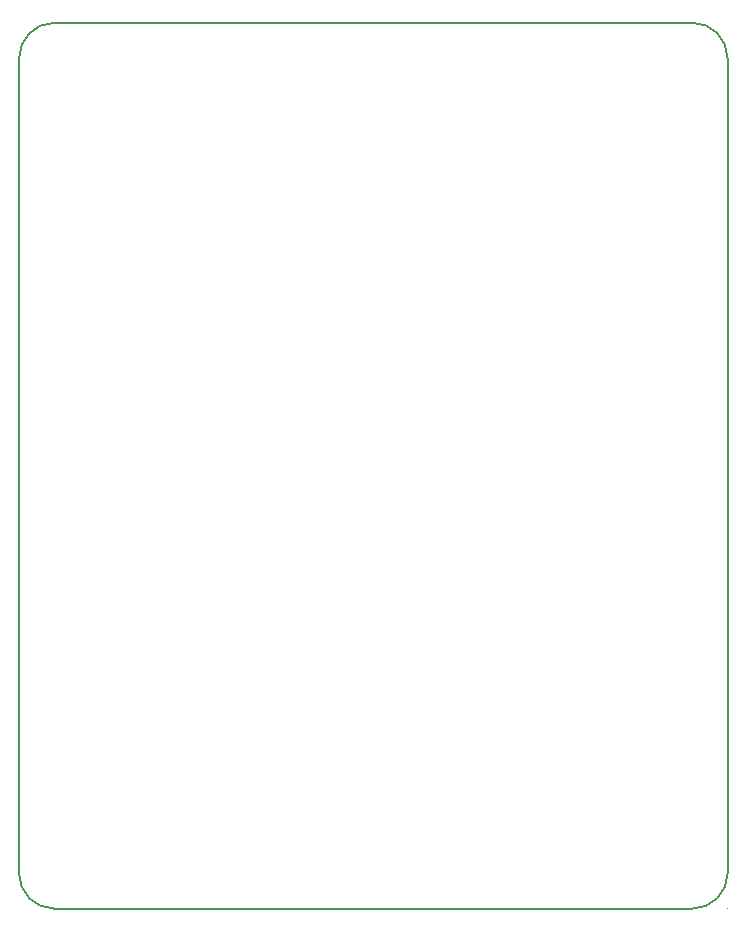
<source format=gbr>
%TF.GenerationSoftware,KiCad,Pcbnew,7.0.11*%
%TF.CreationDate,2025-11-07T14:33:39+09:00*%
%TF.ProjectId,motorDrive,6d6f746f-7244-4726-9976-652e6b696361,rev?*%
%TF.SameCoordinates,Original*%
%TF.FileFunction,Profile,NP*%
%FSLAX46Y46*%
G04 Gerber Fmt 4.6, Leading zero omitted, Abs format (unit mm)*
G04 Created by KiCad (PCBNEW 7.0.11) date 2025-11-07 14:33:39*
%MOMM*%
%LPD*%
G01*
G04 APERTURE LIST*
%TA.AperFunction,Profile*%
%ADD10C,0.200000*%
%TD*%
%TA.AperFunction,Profile*%
%ADD11C,0.010050*%
%TD*%
G04 APERTURE END LIST*
D10*
X104021280Y-110721320D02*
G75*
G03*
X107021320Y-113721320I3000020J20D01*
G01*
D11*
X104026345Y-113721320D02*
G75*
G03*
X104016295Y-113721320I-5025J0D01*
G01*
X104016295Y-113721320D02*
G75*
G03*
X104026345Y-113721320I5025J0D01*
G01*
D10*
X161021320Y-113721320D02*
G75*
G03*
X164021320Y-110721320I-20J3000020D01*
G01*
X107021320Y-38721320D02*
G75*
G03*
X104021320Y-41721320I-20J-2999980D01*
G01*
D11*
X104026345Y-113721320D02*
G75*
G03*
X104016295Y-113721320I-5025J0D01*
G01*
X104016295Y-113721320D02*
G75*
G03*
X104026345Y-113721320I5025J0D01*
G01*
D10*
X104021320Y-41721320D02*
X104021320Y-110721320D01*
X164021280Y-41721320D02*
G75*
G03*
X161021320Y-38721320I-2999980J20D01*
G01*
X161021320Y-38721320D02*
X107021320Y-38721320D01*
D11*
X164026345Y-113721320D02*
G75*
G03*
X164016295Y-113721320I-5025J0D01*
G01*
X164016295Y-113721320D02*
G75*
G03*
X164026345Y-113721320I5025J0D01*
G01*
X104026345Y-38721320D02*
G75*
G03*
X104016295Y-38721320I-5025J0D01*
G01*
X104016295Y-38721320D02*
G75*
G03*
X104026345Y-38721320I5025J0D01*
G01*
D10*
X107021320Y-113721320D02*
X161021320Y-113721320D01*
X164021320Y-110721320D02*
X164021320Y-41721320D01*
M02*

</source>
